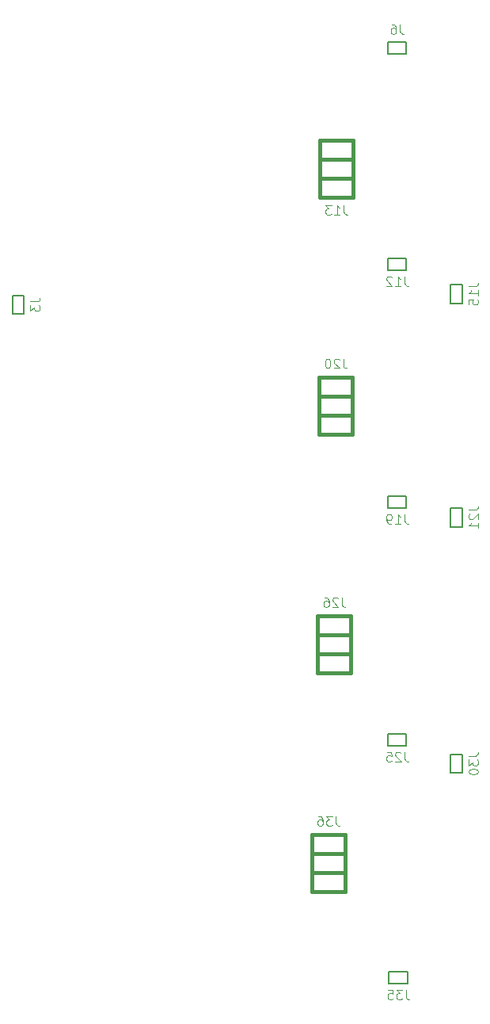
<source format=gbo>
G04 (created by PCBNEW-RS274X (2011-07-08 BZR 3044)-stable) date 12/15/2011 03:41:07 PM*
G01*
G70*
G90*
%MOIN*%
G04 Gerber Fmt 3.4, Leading zero omitted, Abs format*
%FSLAX34Y34*%
G04 APERTURE LIST*
%ADD10C,0.006000*%
%ADD11C,0.015000*%
%ADD12C,0.003900*%
G04 APERTURE END LIST*
G54D10*
X36304Y-28807D02*
X36304Y-29593D01*
X36304Y-29593D02*
X36796Y-29593D01*
X36796Y-29593D02*
X36796Y-28807D01*
X36796Y-28807D02*
X36304Y-28807D01*
X52107Y-18646D02*
X52893Y-18646D01*
X52893Y-18646D02*
X52893Y-18154D01*
X52893Y-18154D02*
X52107Y-18154D01*
X52107Y-18154D02*
X52107Y-18646D01*
X52893Y-27254D02*
X52107Y-27254D01*
X52107Y-27254D02*
X52107Y-27746D01*
X52107Y-27746D02*
X52893Y-27746D01*
X52893Y-27746D02*
X52893Y-27254D01*
X54754Y-28357D02*
X54754Y-29143D01*
X54754Y-29143D02*
X55246Y-29143D01*
X55246Y-29143D02*
X55246Y-28357D01*
X55246Y-28357D02*
X54754Y-28357D01*
X52893Y-37254D02*
X52107Y-37254D01*
X52107Y-37254D02*
X52107Y-37746D01*
X52107Y-37746D02*
X52893Y-37746D01*
X52893Y-37746D02*
X52893Y-37254D01*
X54754Y-37757D02*
X54754Y-38543D01*
X54754Y-38543D02*
X55246Y-38543D01*
X55246Y-38543D02*
X55246Y-37757D01*
X55246Y-37757D02*
X54754Y-37757D01*
X52893Y-47254D02*
X52107Y-47254D01*
X52107Y-47254D02*
X52107Y-47746D01*
X52107Y-47746D02*
X52893Y-47746D01*
X52893Y-47746D02*
X52893Y-47254D01*
X54754Y-48107D02*
X54754Y-48893D01*
X54754Y-48893D02*
X55246Y-48893D01*
X55246Y-48893D02*
X55246Y-48107D01*
X55246Y-48107D02*
X54754Y-48107D01*
X52943Y-57254D02*
X52157Y-57254D01*
X52157Y-57254D02*
X52157Y-57746D01*
X52157Y-57746D02*
X52943Y-57746D01*
X52943Y-57746D02*
X52943Y-57254D01*
G54D11*
X50640Y-23900D02*
X50640Y-24700D01*
X50640Y-24700D02*
X49240Y-24700D01*
X49240Y-24700D02*
X49240Y-23900D01*
X50640Y-23000D02*
X50640Y-23200D01*
X49240Y-23100D02*
X49240Y-23900D01*
X49240Y-23900D02*
X50640Y-23900D01*
X50640Y-23900D02*
X50640Y-23200D01*
X49340Y-22300D02*
X49240Y-22300D01*
X49240Y-22300D02*
X49240Y-23100D01*
X49240Y-23100D02*
X50540Y-23100D01*
X50540Y-23100D02*
X50640Y-23100D01*
X50640Y-23100D02*
X50640Y-22300D01*
X50640Y-22300D02*
X50540Y-22300D01*
X50540Y-22300D02*
X49340Y-22300D01*
X49220Y-33060D02*
X49220Y-32260D01*
X49220Y-32260D02*
X50620Y-32260D01*
X50620Y-32260D02*
X50620Y-33060D01*
X49220Y-33960D02*
X49220Y-33760D01*
X50620Y-33860D02*
X50620Y-33060D01*
X50620Y-33060D02*
X49220Y-33060D01*
X49220Y-33060D02*
X49220Y-33760D01*
X50520Y-34660D02*
X50620Y-34660D01*
X50620Y-34660D02*
X50620Y-33860D01*
X50620Y-33860D02*
X49320Y-33860D01*
X49320Y-33860D02*
X49220Y-33860D01*
X49220Y-33860D02*
X49220Y-34660D01*
X49220Y-34660D02*
X49320Y-34660D01*
X49320Y-34660D02*
X50520Y-34660D01*
X49160Y-43100D02*
X49160Y-42300D01*
X49160Y-42300D02*
X50560Y-42300D01*
X50560Y-42300D02*
X50560Y-43100D01*
X49160Y-44000D02*
X49160Y-43800D01*
X50560Y-43900D02*
X50560Y-43100D01*
X50560Y-43100D02*
X49160Y-43100D01*
X49160Y-43100D02*
X49160Y-43800D01*
X50460Y-44700D02*
X50560Y-44700D01*
X50560Y-44700D02*
X50560Y-43900D01*
X50560Y-43900D02*
X49260Y-43900D01*
X49260Y-43900D02*
X49160Y-43900D01*
X49160Y-43900D02*
X49160Y-44700D01*
X49160Y-44700D02*
X49260Y-44700D01*
X49260Y-44700D02*
X50460Y-44700D01*
X48900Y-52300D02*
X48900Y-51500D01*
X48900Y-51500D02*
X50300Y-51500D01*
X50300Y-51500D02*
X50300Y-52300D01*
X48900Y-53200D02*
X48900Y-53000D01*
X50300Y-53100D02*
X50300Y-52300D01*
X50300Y-52300D02*
X48900Y-52300D01*
X48900Y-52300D02*
X48900Y-53000D01*
X50200Y-53900D02*
X50300Y-53900D01*
X50300Y-53900D02*
X50300Y-53100D01*
X50300Y-53100D02*
X49000Y-53100D01*
X49000Y-53100D02*
X48900Y-53100D01*
X48900Y-53100D02*
X48900Y-53900D01*
X48900Y-53900D02*
X49000Y-53900D01*
X49000Y-53900D02*
X50200Y-53900D01*
G54D12*
X37065Y-29069D02*
X37347Y-29069D01*
X37403Y-29051D01*
X37441Y-29013D01*
X37459Y-28957D01*
X37459Y-28919D01*
X37065Y-29219D02*
X37065Y-29463D01*
X37216Y-29332D01*
X37216Y-29388D01*
X37234Y-29426D01*
X37253Y-29444D01*
X37291Y-29463D01*
X37384Y-29463D01*
X37422Y-29444D01*
X37441Y-29426D01*
X37459Y-29388D01*
X37459Y-29276D01*
X37441Y-29238D01*
X37422Y-29219D01*
X52631Y-17415D02*
X52631Y-17697D01*
X52649Y-17753D01*
X52687Y-17791D01*
X52743Y-17809D01*
X52781Y-17809D01*
X52274Y-17415D02*
X52349Y-17415D01*
X52387Y-17434D01*
X52406Y-17453D01*
X52443Y-17509D01*
X52462Y-17584D01*
X52462Y-17734D01*
X52443Y-17772D01*
X52424Y-17791D01*
X52387Y-17809D01*
X52312Y-17809D01*
X52274Y-17791D01*
X52256Y-17772D01*
X52237Y-17734D01*
X52237Y-17641D01*
X52256Y-17603D01*
X52274Y-17584D01*
X52312Y-17566D01*
X52387Y-17566D01*
X52424Y-17584D01*
X52443Y-17603D01*
X52462Y-17641D01*
X52819Y-28015D02*
X52819Y-28297D01*
X52837Y-28353D01*
X52875Y-28391D01*
X52931Y-28409D01*
X52969Y-28409D01*
X52425Y-28409D02*
X52650Y-28409D01*
X52537Y-28409D02*
X52537Y-28015D01*
X52575Y-28072D01*
X52612Y-28109D01*
X52650Y-28128D01*
X52275Y-28053D02*
X52256Y-28034D01*
X52219Y-28015D01*
X52125Y-28015D01*
X52087Y-28034D01*
X52069Y-28053D01*
X52050Y-28091D01*
X52050Y-28128D01*
X52069Y-28184D01*
X52294Y-28409D01*
X52050Y-28409D01*
X55515Y-28431D02*
X55797Y-28431D01*
X55853Y-28413D01*
X55891Y-28375D01*
X55909Y-28319D01*
X55909Y-28281D01*
X55909Y-28825D02*
X55909Y-28600D01*
X55909Y-28713D02*
X55515Y-28713D01*
X55572Y-28675D01*
X55609Y-28638D01*
X55628Y-28600D01*
X55515Y-29181D02*
X55515Y-28994D01*
X55703Y-28975D01*
X55684Y-28994D01*
X55666Y-29031D01*
X55666Y-29125D01*
X55684Y-29163D01*
X55703Y-29181D01*
X55741Y-29200D01*
X55834Y-29200D01*
X55872Y-29181D01*
X55891Y-29163D01*
X55909Y-29125D01*
X55909Y-29031D01*
X55891Y-28994D01*
X55872Y-28975D01*
X52819Y-38015D02*
X52819Y-38297D01*
X52837Y-38353D01*
X52875Y-38391D01*
X52931Y-38409D01*
X52969Y-38409D01*
X52425Y-38409D02*
X52650Y-38409D01*
X52537Y-38409D02*
X52537Y-38015D01*
X52575Y-38072D01*
X52612Y-38109D01*
X52650Y-38128D01*
X52237Y-38409D02*
X52162Y-38409D01*
X52125Y-38391D01*
X52106Y-38372D01*
X52069Y-38316D01*
X52050Y-38241D01*
X52050Y-38091D01*
X52069Y-38053D01*
X52087Y-38034D01*
X52125Y-38015D01*
X52200Y-38015D01*
X52237Y-38034D01*
X52256Y-38053D01*
X52275Y-38091D01*
X52275Y-38184D01*
X52256Y-38222D01*
X52237Y-38241D01*
X52200Y-38259D01*
X52125Y-38259D01*
X52087Y-38241D01*
X52069Y-38222D01*
X52050Y-38184D01*
X55515Y-37831D02*
X55797Y-37831D01*
X55853Y-37813D01*
X55891Y-37775D01*
X55909Y-37719D01*
X55909Y-37681D01*
X55553Y-38000D02*
X55534Y-38019D01*
X55515Y-38056D01*
X55515Y-38150D01*
X55534Y-38188D01*
X55553Y-38206D01*
X55591Y-38225D01*
X55628Y-38225D01*
X55684Y-38206D01*
X55909Y-37981D01*
X55909Y-38225D01*
X55909Y-38600D02*
X55909Y-38375D01*
X55909Y-38488D02*
X55515Y-38488D01*
X55572Y-38450D01*
X55609Y-38413D01*
X55628Y-38375D01*
X52819Y-48015D02*
X52819Y-48297D01*
X52837Y-48353D01*
X52875Y-48391D01*
X52931Y-48409D01*
X52969Y-48409D01*
X52650Y-48053D02*
X52631Y-48034D01*
X52594Y-48015D01*
X52500Y-48015D01*
X52462Y-48034D01*
X52444Y-48053D01*
X52425Y-48091D01*
X52425Y-48128D01*
X52444Y-48184D01*
X52669Y-48409D01*
X52425Y-48409D01*
X52069Y-48015D02*
X52256Y-48015D01*
X52275Y-48203D01*
X52256Y-48184D01*
X52219Y-48166D01*
X52125Y-48166D01*
X52087Y-48184D01*
X52069Y-48203D01*
X52050Y-48241D01*
X52050Y-48334D01*
X52069Y-48372D01*
X52087Y-48391D01*
X52125Y-48409D01*
X52219Y-48409D01*
X52256Y-48391D01*
X52275Y-48372D01*
X55515Y-48181D02*
X55797Y-48181D01*
X55853Y-48163D01*
X55891Y-48125D01*
X55909Y-48069D01*
X55909Y-48031D01*
X55515Y-48331D02*
X55515Y-48575D01*
X55666Y-48444D01*
X55666Y-48500D01*
X55684Y-48538D01*
X55703Y-48556D01*
X55741Y-48575D01*
X55834Y-48575D01*
X55872Y-48556D01*
X55891Y-48538D01*
X55909Y-48500D01*
X55909Y-48388D01*
X55891Y-48350D01*
X55872Y-48331D01*
X55515Y-48819D02*
X55515Y-48856D01*
X55534Y-48894D01*
X55553Y-48913D01*
X55591Y-48931D01*
X55666Y-48950D01*
X55759Y-48950D01*
X55834Y-48931D01*
X55872Y-48913D01*
X55891Y-48894D01*
X55909Y-48856D01*
X55909Y-48819D01*
X55891Y-48781D01*
X55872Y-48763D01*
X55834Y-48744D01*
X55759Y-48725D01*
X55666Y-48725D01*
X55591Y-48744D01*
X55553Y-48763D01*
X55534Y-48781D01*
X55515Y-48819D01*
X52869Y-58015D02*
X52869Y-58297D01*
X52887Y-58353D01*
X52925Y-58391D01*
X52981Y-58409D01*
X53019Y-58409D01*
X52719Y-58015D02*
X52475Y-58015D01*
X52606Y-58166D01*
X52550Y-58166D01*
X52512Y-58184D01*
X52494Y-58203D01*
X52475Y-58241D01*
X52475Y-58334D01*
X52494Y-58372D01*
X52512Y-58391D01*
X52550Y-58409D01*
X52662Y-58409D01*
X52700Y-58391D01*
X52719Y-58372D01*
X52119Y-58015D02*
X52306Y-58015D01*
X52325Y-58203D01*
X52306Y-58184D01*
X52269Y-58166D01*
X52175Y-58166D01*
X52137Y-58184D01*
X52119Y-58203D01*
X52100Y-58241D01*
X52100Y-58334D01*
X52119Y-58372D01*
X52137Y-58391D01*
X52175Y-58409D01*
X52269Y-58409D01*
X52306Y-58391D01*
X52325Y-58372D01*
X50259Y-25015D02*
X50259Y-25297D01*
X50277Y-25353D01*
X50315Y-25391D01*
X50371Y-25409D01*
X50409Y-25409D01*
X49865Y-25409D02*
X50090Y-25409D01*
X49977Y-25409D02*
X49977Y-25015D01*
X50015Y-25072D01*
X50052Y-25109D01*
X50090Y-25128D01*
X49734Y-25015D02*
X49490Y-25015D01*
X49621Y-25166D01*
X49565Y-25166D01*
X49527Y-25184D01*
X49509Y-25203D01*
X49490Y-25241D01*
X49490Y-25334D01*
X49509Y-25372D01*
X49527Y-25391D01*
X49565Y-25409D01*
X49677Y-25409D01*
X49715Y-25391D01*
X49734Y-25372D01*
X50239Y-31475D02*
X50239Y-31757D01*
X50257Y-31813D01*
X50295Y-31851D01*
X50351Y-31869D01*
X50389Y-31869D01*
X50070Y-31513D02*
X50051Y-31494D01*
X50014Y-31475D01*
X49920Y-31475D01*
X49882Y-31494D01*
X49864Y-31513D01*
X49845Y-31551D01*
X49845Y-31588D01*
X49864Y-31644D01*
X50089Y-31869D01*
X49845Y-31869D01*
X49601Y-31475D02*
X49564Y-31475D01*
X49526Y-31494D01*
X49507Y-31513D01*
X49489Y-31551D01*
X49470Y-31626D01*
X49470Y-31719D01*
X49489Y-31794D01*
X49507Y-31832D01*
X49526Y-31851D01*
X49564Y-31869D01*
X49601Y-31869D01*
X49639Y-31851D01*
X49657Y-31832D01*
X49676Y-31794D01*
X49695Y-31719D01*
X49695Y-31626D01*
X49676Y-31551D01*
X49657Y-31513D01*
X49639Y-31494D01*
X49601Y-31475D01*
X50179Y-41515D02*
X50179Y-41797D01*
X50197Y-41853D01*
X50235Y-41891D01*
X50291Y-41909D01*
X50329Y-41909D01*
X50010Y-41553D02*
X49991Y-41534D01*
X49954Y-41515D01*
X49860Y-41515D01*
X49822Y-41534D01*
X49804Y-41553D01*
X49785Y-41591D01*
X49785Y-41628D01*
X49804Y-41684D01*
X50029Y-41909D01*
X49785Y-41909D01*
X49447Y-41515D02*
X49522Y-41515D01*
X49560Y-41534D01*
X49579Y-41553D01*
X49616Y-41609D01*
X49635Y-41684D01*
X49635Y-41834D01*
X49616Y-41872D01*
X49597Y-41891D01*
X49560Y-41909D01*
X49485Y-41909D01*
X49447Y-41891D01*
X49429Y-41872D01*
X49410Y-41834D01*
X49410Y-41741D01*
X49429Y-41703D01*
X49447Y-41684D01*
X49485Y-41666D01*
X49560Y-41666D01*
X49597Y-41684D01*
X49616Y-41703D01*
X49635Y-41741D01*
X49919Y-50715D02*
X49919Y-50997D01*
X49937Y-51053D01*
X49975Y-51091D01*
X50031Y-51109D01*
X50069Y-51109D01*
X49769Y-50715D02*
X49525Y-50715D01*
X49656Y-50866D01*
X49600Y-50866D01*
X49562Y-50884D01*
X49544Y-50903D01*
X49525Y-50941D01*
X49525Y-51034D01*
X49544Y-51072D01*
X49562Y-51091D01*
X49600Y-51109D01*
X49712Y-51109D01*
X49750Y-51091D01*
X49769Y-51072D01*
X49187Y-50715D02*
X49262Y-50715D01*
X49300Y-50734D01*
X49319Y-50753D01*
X49356Y-50809D01*
X49375Y-50884D01*
X49375Y-51034D01*
X49356Y-51072D01*
X49337Y-51091D01*
X49300Y-51109D01*
X49225Y-51109D01*
X49187Y-51091D01*
X49169Y-51072D01*
X49150Y-51034D01*
X49150Y-50941D01*
X49169Y-50903D01*
X49187Y-50884D01*
X49225Y-50866D01*
X49300Y-50866D01*
X49337Y-50884D01*
X49356Y-50903D01*
X49375Y-50941D01*
M02*

</source>
